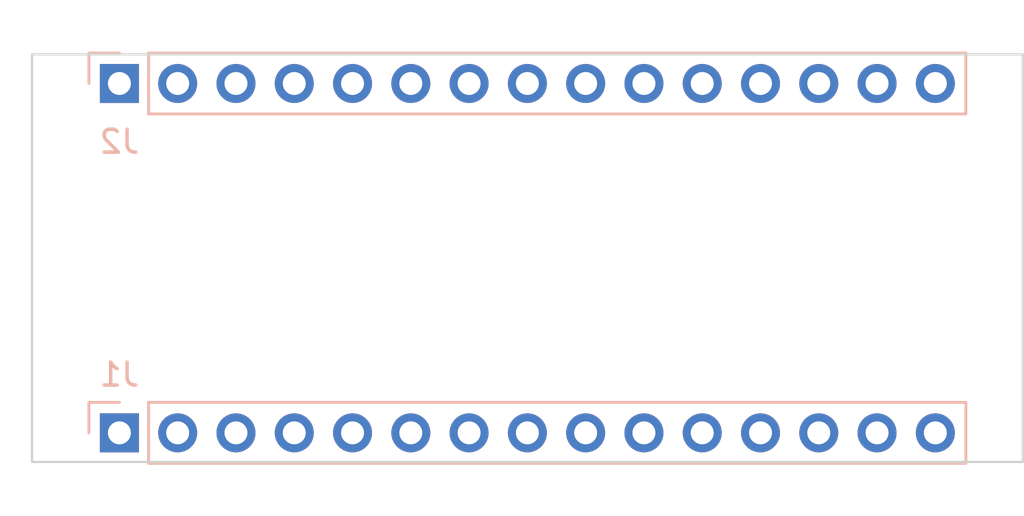
<source format=kicad_pcb>
(kicad_pcb (version 20240108) (generator "pcbnew") (generator_version "8.0")
  (title_block (date "sam. 04 avril 2015"))
  (layers (0 "F.Cu" signal) (31 "B.Cu" signal) (34 "B.Paste" user) (35 "F.Paste" user) (36 "B.SilkS" user "B.Silkscreen") (37 "F.SilkS" user "F.Silkscreen") (38 "B.Mask" user) (39 "F.Mask" user) (44 "Edge.Cuts" user))
  (net 0 "")
  (net 1 "GND")
  (net 2 "/~{RESET}")
  (net 3 "VCC")
  (net 4 "/*D9")
  (net 5 "/D8")
  (net 6 "/D7")
  (net 7 "/*D6")
  (net 8 "/*D5")
  (net 9 "/D4")
  (net 10 "+5V")
  (net 11 "/A3")
  (net 12 "/A2")
  (net 13 "/A1")
  (net 14 "/A0")
  (net 15 "/AREF")
  (net 16 "/D0{slash}RX")
  (net 17 "/D1{slash}TX")
  (net 18 "+3V3")
  (net 19 "/A7")
  (net 20 "/A6")
  (net 21 "/A5{slash}SCL")
  (net 22 "/A4{slash}SDA")
  (net 23 "/D13{slash}SCK")
  (net 24 "/D2")
  (net 25 "/*D3")
  (net 26 "/*D10{slash}SS")
  (net 27 "/*D11{slash}MOSI")
  (net 28 "/D12{slash}MISO")
  (footprint "Arduino_MountingHole:MountingHole_65mil" (layer "F.Cu") (at 101.27 83.49)
    (property "Reference" "MH2" (hide yes))
    (property "Value" "MountingHole_65mil" (hide yes))
    (pad "" np_thru_hole circle (at 0 0) (size 1.651 1.651) (drill 1.651) (layers "F&B.Cu" "*.Mask"))
  )
  (footprint "Arduino_MountingHole:MountingHole_65mil" (layer "F.Cu") (at 141.91 98.73)
    (property "Reference" "MH4" (hide yes))
    (property "Value" "MountingHole_65mil" (hide yes))
    (pad "" np_thru_hole circle (at 0 0) (size 1.651 1.651) (drill 1.651) (layers "F&B.Cu" "*.Mask"))
  )
  (footprint "Arduino_MountingHole:MountingHole_65mil" (layer "F.Cu") (at 101.27 98.73)
    (property "Reference" "MH1" (hide yes))
    (property "Value" "MountingHole_65mil" (hide yes))
    (pad "" np_thru_hole circle (at 0 0) (size 1.651 1.651) (drill 1.651) (layers "F&B.Cu" "*.Mask"))
  )
  (footprint "Arduino_MountingHole:MountingHole_65mil" (layer "F.Cu") (at 141.91 83.49)
    (property "Reference" "MH3" (hide yes))
    (property "Value" "MountingHole_65mil" (hide yes))
    (pad "" np_thru_hole circle (at 0 0) (size 1.651 1.651) (drill 1.651) (layers "F&B.Cu" "*.Mask"))
  )
  (footprint "Connector_PinHeader_2.54mm:PinHeader_1x15_P2.54mm_Vertical" (layer "B.Cu") (at 103.81 98.73 -90)
    (property "Reference" "J1" (at -2.54 0 180) (layer "B.SilkS") (effects (justify mirror)))
    (property "Value" "Analog")
    (fp_line (start -1.33 1.33) (end 0 1.33) (stroke (width 0.12)) (layer "B.SilkS"))
    (fp_line (start -1.33 0) (end -1.33 1.33) (stroke (width 0.12)) (layer "B.SilkS"))
    (fp_line (start -1.33 -1.27) (end 1.33 -1.27) (stroke (width 0.12)) (layer "B.SilkS"))
    (fp_line (start -1.33 -1.27) (end -1.33 -36.89) (stroke (width 0.12)) (layer "B.SilkS"))
    (fp_line (start 1.33 -1.27) (end 1.33 -36.89) (stroke (width 0.12)) (layer "B.SilkS"))
    (fp_line (start -1.33 -36.89) (end 1.33 -36.89) (stroke (width 0.12)) (layer "B.SilkS"))
    (pad "1" thru_hole rect (at 0 0 270) (size 1.7 1.7) (drill 1) (layers "*.Cu" "*.Mask") (net 23 "/D13{slash}SCK"))
    (pad "2" thru_hole oval (at 0 -2.54 270) (size 1.7 1.7) (drill 1) (layers "*.Cu" "*.Mask") (net 18 "+3V3"))
    (pad "3" thru_hole oval (at 0 -5.08 270) (size 1.7 1.7) (drill 1) (layers "*.Cu" "*.Mask") (net 15 "/AREF"))
    (pad "4" thru_hole oval (at 0 -7.62 270) (size 1.7 1.7) (drill 1) (layers "*.Cu" "*.Mask") (net 14 "/A0"))
    (pad "5" thru_hole oval (at 0 -10.16 270) (size 1.7 1.7) (drill 1) (layers "*.Cu" "*.Mask") (net 13 "/A1"))
    (pad "6" thru_hole oval (at 0 -12.7 270) (size 1.7 1.7) (drill 1) (layers "*.Cu" "*.Mask") (net 12 "/A2"))
    (pad "7" thru_hole oval (at 0 -15.24 270) (size 1.7 1.7) (drill 1) (layers "*.Cu" "*.Mask") (net 11 "/A3"))
    (pad "8" thru_hole oval (at 0 -17.78 270) (size 1.7 1.7) (drill 1) (layers "*.Cu" "*.Mask") (net 22 "/A4{slash}SDA"))
    (pad "9" thru_hole oval (at 0 -20.32 270) (size 1.7 1.7) (drill 1) (layers "*.Cu" "*.Mask") (net 21 "/A5{slash}SCL"))
    (pad "10" thru_hole oval (at 0 -22.86 270) (size 1.7 1.7) (drill 1) (layers "*.Cu" "*.Mask") (net 20 "/A6"))
    (pad "11" thru_hole oval (at 0 -25.4 270) (size 1.7 1.7) (drill 1) (layers "*.Cu" "*.Mask") (net 19 "/A7"))
    (pad "12" thru_hole oval (at 0 -27.94 270) (size 1.7 1.7) (drill 1) (layers "*.Cu" "*.Mask") (net 10 "+5V"))
    (pad "13" thru_hole oval (at 0 -30.48 270) (size 1.7 1.7) (drill 1) (layers "*.Cu" "*.Mask") (net 2 "/~{RESET}"))
    (pad "14" thru_hole oval (at 0 -33.02 270) (size 1.7 1.7) (drill 1) (layers "*.Cu" "*.Mask") (net 1 "GND"))
    (pad "15" thru_hole oval (at 0 -35.56 270) (size 1.7 1.7) (drill 1) (layers "*.Cu" "*.Mask") (net 3 "VCC"))
  )
  (footprint "Connector_PinHeader_2.54mm:PinHeader_1x15_P2.54mm_Vertical" (layer "B.Cu") (at 103.81 83.49 -90)
    (property "Reference" "J2" (at 2.54 0 180) (layer "B.SilkS") (effects (justify mirror)))
    (property "Value" "Digital")
    (fp_line (start -1.33 1.33) (end 0 1.33) (stroke (width 0.12)) (layer "B.SilkS"))
    (fp_line (start -1.33 0) (end -1.33 1.33) (stroke (width 0.12)) (layer "B.SilkS"))
    (fp_line (start -1.33 -1.27) (end 1.33 -1.27) (stroke (width 0.12)) (layer "B.SilkS"))
    (fp_line (start -1.33 -1.27) (end -1.33 -36.89) (stroke (width 0.12)) (layer "B.SilkS"))
    (fp_line (start 1.33 -1.27) (end 1.33 -36.89) (stroke (width 0.12)) (layer "B.SilkS"))
    (fp_line (start -1.33 -36.89) (end 1.33 -36.89) (stroke (width 0.12)) (layer "B.SilkS"))
    (pad "1" thru_hole rect (at 0 0 270) (size 1.7 1.7) (drill 1) (layers "*.Cu" "*.Mask") (net 28 "/D12{slash}MISO"))
    (pad "2" thru_hole oval (at 0 -2.54 270) (size 1.7 1.7) (drill 1) (layers "*.Cu" "*.Mask") (net 27 "/*D11{slash}MOSI"))
    (pad "3" thru_hole oval (at 0 -5.08 270) (size 1.7 1.7) (drill 1) (layers "*.Cu" "*.Mask") (net 26 "/*D10{slash}SS"))
    (pad "4" thru_hole oval (at 0 -7.62 270) (size 1.7 1.7) (drill 1) (layers "*.Cu" "*.Mask") (net 4 "/*D9"))
    (pad "5" thru_hole oval (at 0 -10.16 270) (size 1.7 1.7) (drill 1) (layers "*.Cu" "*.Mask") (net 5 "/D8"))
    (pad "6" thru_hole oval (at 0 -12.7 270) (size 1.7 1.7) (drill 1) (layers "*.Cu" "*.Mask") (net 6 "/D7"))
    (pad "7" thru_hole oval (at 0 -15.24 270) (size 1.7 1.7) (drill 1) (layers "*.Cu" "*.Mask") (net 7 "/*D6"))
    (pad "8" thru_hole oval (at 0 -17.78 270) (size 1.7 1.7) (drill 1) (layers "*.Cu" "*.Mask") (net 8 "/*D5"))
    (pad "9" thru_hole oval (at 0 -20.32 270) (size 1.7 1.7) (drill 1) (layers "*.Cu" "*.Mask") (net 9 "/D4"))
    (pad "10" thru_hole oval (at 0 -22.86 270) (size 1.7 1.7) (drill 1) (layers "*.Cu" "*.Mask") (net 25 "/*D3"))
    (pad "11" thru_hole oval (at 0 -25.4 270) (size 1.7 1.7) (drill 1) (layers "*.Cu" "*.Mask") (net 24 "/D2"))
    (pad "12" thru_hole oval (at 0 -27.94 270) (size 1.7 1.7) (drill 1) (layers "*.Cu" "*.Mask") (net 1 "GND"))
    (pad "13" thru_hole oval (at 0 -30.48 270) (size 1.7 1.7) (drill 1) (layers "*.Cu" "*.Mask") (net 2 "/~{RESET}"))
    (pad "14" thru_hole oval (at 0 -33.02 270) (size 1.7 1.7) (drill 1) (layers "*.Cu" "*.Mask") (net 16 "/D0{slash}RX"))
    (pad "15" thru_hole oval (at 0 -35.56 270) (size 1.7 1.7) (drill 1) (layers "*.Cu" "*.Mask") (net 17 "/D1{slash}TX"))
  )
  (gr_rect (start 100 82.22) (end 143.18 100) (stroke (width 0.1)) (fill none) (layer "Edge.Cuts"))
)
</source>
